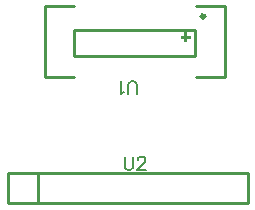
<source format=gto>
G04 Layer: TopSilkscreenLayer*
G04 EasyEDA v6.5.22, 2023-01-10 12:32:39*
G04 b370202723584046b7ae4b0ba92148f9,2e4b97ed0a384ad5b60706015a639cab,10*
G04 Gerber Generator version 0.2*
G04 Scale: 100 percent, Rotated: No, Reflected: No *
G04 Dimensions in millimeters *
G04 leading zeros omitted , absolute positions ,4 integer and 5 decimal *
%FSLAX45Y45*%
%MOMM*%

%ADD10C,0.1524*%
%ADD11C,0.2540*%
%ADD12C,0.3000*%

%LPD*%
D10*
X1244600Y8776715D02*
G01*
X1244600Y8698737D01*
X1249679Y8683244D01*
X1260094Y8672829D01*
X1275842Y8667750D01*
X1286255Y8667750D01*
X1301750Y8672829D01*
X1312163Y8683244D01*
X1317244Y8698737D01*
X1317244Y8776715D01*
X1356868Y8750808D02*
G01*
X1356868Y8755887D01*
X1361947Y8766302D01*
X1367281Y8771636D01*
X1377695Y8776715D01*
X1398270Y8776715D01*
X1408684Y8771636D01*
X1414018Y8766302D01*
X1419097Y8755887D01*
X1419097Y8745474D01*
X1414018Y8735060D01*
X1403604Y8719565D01*
X1351534Y8667750D01*
X1424431Y8667750D01*
X1346200Y9308084D02*
G01*
X1346200Y9386062D01*
X1341120Y9401555D01*
X1330705Y9411970D01*
X1314957Y9417050D01*
X1304544Y9417050D01*
X1289050Y9411970D01*
X1278636Y9401555D01*
X1273555Y9386062D01*
X1273555Y9308084D01*
X1239265Y9328912D02*
G01*
X1228852Y9323578D01*
X1213104Y9308084D01*
X1213104Y9417050D01*
G36*
X1718513Y9798608D02*
G01*
X1718513Y9778593D01*
X1803501Y9778593D01*
X1803501Y9798608D01*
G37*
G36*
X1751025Y9831070D02*
G01*
X1751025Y9746081D01*
X1770989Y9746081D01*
X1770989Y9831070D01*
G37*
D11*
X2285997Y8636000D02*
G01*
X2285997Y8382000D01*
X254002Y8382000D01*
X254002Y8636000D01*
X2285997Y8636000D01*
X510352Y8636000D02*
G01*
X510352Y8382000D01*
X1851113Y10053599D02*
G01*
X2093498Y10053599D01*
X2093498Y9478601D01*
X815886Y9453600D02*
G01*
X573501Y9453600D01*
X573501Y10053599D01*
X815886Y10053599D01*
X2093498Y9483600D02*
G01*
X2093498Y9453600D01*
X1851113Y9453600D01*
X1843506Y9628606D02*
G01*
X818514Y9628606D01*
X818514Y9853599D01*
X1843506Y9853599D01*
X1843506Y9628606D01*
D12*
G75*
G01
X1923517Y9968611D02*
G03X1923517Y9968611I-15011J0D01*
M02*

</source>
